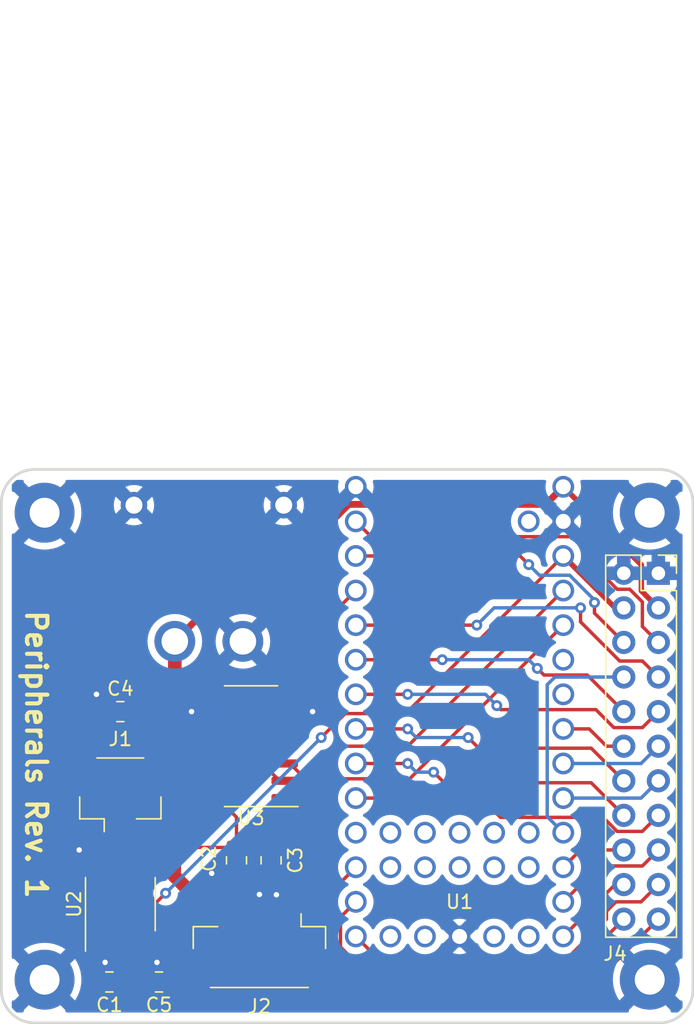
<source format=kicad_pcb>
(kicad_pcb (version 20221018) (generator pcbnew)
  (layers (0 "F.Cu" signal) (31 "B.Cu" signal) (34 "B.Paste" user) (35 "F.Paste" user) (36 "B.SilkS" user "B.Silkscreen") (37 "F.SilkS" user "F.Silkscreen") (38 "B.Mask" user) (39 "F.Mask" user) (44 "Edge.Cuts" user))
  (net 0 "")
  (net 1 "+3.3V")
  (net 2 "GND")
  (net 3 "+5V")
  (net 4 "/SIGNAL_OUT")
  (net 5 "/D6")
  (net 6 "/D5")
  (net 7 "/D4")
  (net 8 "/D3")
  (net 9 "/D2")
  (net 10 "/D1")
  (net 11 "/SCK")
  (net 12 "/MISO")
  (net 13 "/MOSI")
  (net 14 "/TX3")
  (net 15 "/RX3")
  (net 16 "/TX2")
  (net 17 "/RX2")
  (net 18 "/TX1")
  (net 19 "/RX1")
  (net 20 "/SDA0")
  (net 21 "/SCL0")
  (net 22 "/CS")
  (net 29 "/CAN_TX")
  (net 30 "/CAN_RX")
  (net 33 "/SIGNAL_IN")
  (net 45 "Net-(J1-Pin_2)")
  (net 46 "Net-(J1-Pin_1)")
  (footprint "Capacitor_SMD:C_0805_2012Metric" (layer "F.Cu") (at 181.76 83.354087 180)
    (fp_text reference "C5" (at 0 -1.68) (layer "F.SilkS"))
    (fp_text value "10 uF" hide)
    (fp_line (start -0.261252 -0.735) (end 0.261252 -0.735) (stroke (width 0.12)) (layer "F.SilkS"))
    (fp_line (start -0.261252 0.735) (end 0.261252 0.735) (stroke (width 0.12)) (layer "F.SilkS"))
    (pad "1" smd roundrect (at -0.95 0 180) (size 1 1.45) (layers "F.Cu" "F.Paste" "F.Mask") (net 2 "GND"))
    (pad "2" smd roundrect (at 0.95 0 180) (size 1 1.45) (layers "F.Cu" "F.Paste" "F.Mask") (net 1 "+3.3V"))
  )
  (footprint "Package_SO:SOIC-8_3.9x4.9mm_P1.27mm" (layer "F.Cu") (at 178.92 77.639087 90)
    (fp_text reference "U2" (at 0 -3.4 90) (layer "F.SilkS"))
    (fp_text value "SN65HVD230" hide)
    (fp_line (start 0 -2.56) (end -3.45 -2.56) (stroke (width 0.12)) (layer "F.SilkS"))
    (fp_line (start 0 -2.56) (end 1.95 -2.56) (stroke (width 0.12)) (layer "F.SilkS"))
    (fp_line (start 0 2.56) (end -1.95 2.56) (stroke (width 0.12)) (layer "F.SilkS"))
    (fp_line (start 0 2.56) (end 1.95 2.56) (stroke (width 0.12)) (layer "F.SilkS"))
    (pad "1" smd roundrect (at -2.475 -1.905 90) (size 1.95 0.6) (layers "F.Cu" "F.Paste" "F.Mask") (net 29 "/CAN_TX"))
    (pad "2" smd roundrect (at -2.475 -0.635 90) (size 1.95 0.6) (layers "F.Cu" "F.Paste" "F.Mask") (net 2 "GND"))
    (pad "3" smd roundrect (at -2.475 0.635 90) (size 1.95 0.6) (layers "F.Cu" "F.Paste" "F.Mask") (net 1 "+3.3V"))
    (pad "4" smd roundrect (at -2.475 1.905 90) (size 1.95 0.6) (layers "F.Cu" "F.Paste" "F.Mask") (net 30 "/CAN_RX"))
    (pad "5" smd roundrect (at 2.475 1.905 90) (size 1.95 0.6) (layers "F.Cu" "F.Paste" "F.Mask"))
    (pad "6" smd roundrect (at 2.475 0.635 90) (size 1.95 0.6) (layers "F.Cu" "F.Paste" "F.Mask") (net 45 "Net-(J1-Pin_2)"))
    (pad "7" smd roundrect (at 2.475 -0.635 90) (size 1.95 0.6) (layers "F.Cu" "F.Paste" "F.Mask") (net 46 "Net-(J1-Pin_1)"))
    (pad "8" smd roundrect (at 2.475 -1.905 90) (size 1.95 0.6) (layers "F.Cu" "F.Paste" "F.Mask") (net 2 "GND"))
  )
  (footprint "Capacitor_SMD:C_0805_2012Metric" (layer "F.Cu") (at 178.92 63.5)
    (fp_text reference "C4" (at 0 -1.68) (layer "F.SilkS"))
    (fp_text value "10 uF" hide)
    (fp_line (start -0.261252 -0.735) (end 0.261252 -0.735) (stroke (width 0.12)) (layer "F.SilkS"))
    (fp_line (start -0.261252 0.735) (end 0.261252 0.735) (stroke (width 0.12)) (layer "F.SilkS"))
    (pad "1" smd roundrect (at -0.95 0) (size 1 1.45) (layers "F.Cu" "F.Paste" "F.Mask") (net 2 "GND"))
    (pad "2" smd roundrect (at 0.95 0) (size 1 1.45) (layers "F.Cu" "F.Paste" "F.Mask") (net 3 "+5V"))
  )
  (footprint "Connector_PinSocket_2.54mm:PinSocket_2x11_P2.54mm_Vertical" (layer "F.Cu") (at 218.44 53.34)
    (fp_text reference "J4" (at -3.175 27.94) (layer "F.SilkS"))
    (fp_text value "Conn_02x11_Counter_Clockwise" hide)
    (fp_line (start -3.87 -1.33) (end -3.87 26.73) (stroke (width 0.12)) (layer "F.SilkS"))
    (fp_line (start -3.87 -1.33) (end -1.27 -1.33) (stroke (width 0.12)) (layer "F.SilkS"))
    (fp_line (start -3.87 26.73) (end 1.33 26.73) (stroke (width 0.12)) (layer "F.SilkS"))
    (fp_line (start -1.27 -1.33) (end -1.27 1.27) (stroke (width 0.12)) (layer "F.SilkS"))
    (fp_line (start -1.27 1.27) (end 1.33 1.27) (stroke (width 0.12)) (layer "F.SilkS"))
    (fp_line (start 0 -1.33) (end 1.33 -1.33) (stroke (width 0.12)) (layer "F.SilkS"))
    (fp_line (start 1.33 -1.33) (end 1.33 0) (stroke (width 0.12)) (layer "F.SilkS"))
    (fp_line (start 1.33 1.27) (end 1.33 26.73) (stroke (width 0.12)) (layer "F.SilkS"))
    (pad "1" thru_hole rect (at 0 0) (size 1.7 1.7) (drill 1) (layers "*.Cu" "*.Mask") (net 2 "GND"))
    (pad "2" thru_hole oval (at -2.54 0) (size 1.7 1.7) (drill 1) (layers "*.Cu" "*.Mask") (net 2 "GND"))
    (pad "3" thru_hole oval (at 0 2.54) (size 1.7 1.7) (drill 1) (layers "*.Cu" "*.Mask") (net 3 "+5V"))
    (pad "4" thru_hole oval (at -2.54 2.54) (size 1.7 1.7) (drill 1) (layers "*.Cu" "*.Mask") (net 1 "+3.3V"))
    (pad "5" thru_hole oval (at 0 5.08) (size 1.7 1.7) (drill 1) (layers "*.Cu" "*.Mask") (net 19 "/RX1"))
    (pad "6" thru_hole oval (at -2.54 5.08) (size 1.7 1.7) (drill 1) (layers "*.Cu" "*.Mask") (net 18 "/TX1"))
    (pad "7" thru_hole oval (at 0 7.62) (size 1.7 1.7) (drill 1) (layers "*.Cu" "*.Mask") (net 10 "/D1"))
    (pad "8" thru_hole oval (at -2.54 7.62) (size 1.7 1.7) (drill 1) (layers "*.Cu" "*.Mask") (net 6 "/D5"))
    (pad "9" thru_hole oval (at 0 10.16) (size 1.7 1.7) (drill 1) (layers "*.Cu" "*.Mask") (net 8 "/D3"))
    (pad "10" thru_hole oval (at -2.54 10.16) (size 1.7 1.7) (drill 1) (layers "*.Cu" "*.Mask") (net 9 "/D2"))
    (pad "11" thru_hole oval (at 0 12.7) (size 1.7 1.7) (drill 1) (layers "*.Cu" "*.Mask") (net 20 "/SDA0"))
    (pad "12" thru_hole oval (at -2.54 12.7) (size 1.7 1.7) (drill 1) (layers "*.Cu" "*.Mask") (net 21 "/SCL0"))
    (pad "13" thru_hole oval (at 0 15.24) (size 1.7 1.7) (drill 1) (layers "*.Cu" "*.Mask") (net 5 "/D6"))
    (pad "14" thru_hole oval (at -2.54 15.24) (size 1.7 1.7) (drill 1) (layers "*.Cu" "*.Mask") (net 7 "/D4"))
    (pad "15" thru_hole oval (at 0 17.78) (size 1.7 1.7) (drill 1) (layers "*.Cu" "*.Mask") (net 16 "/TX2"))
    (pad "16" thru_hole oval (at -2.54 17.78) (size 1.7 1.7) (drill 1) (layers "*.Cu" "*.Mask") (net 17 "/RX2"))
    (pad "17" thru_hole oval (at 0 20.32) (size 1.7 1.7) (drill 1) (layers "*.Cu" "*.Mask") (net 14 "/TX3"))
    (pad "18" thru_hole oval (at -2.54 20.32) (size 1.7 1.7) (drill 1) (layers "*.Cu" "*.Mask") (net 15 "/RX3"))
    (pad "19" thru_hole oval (at 0 22.86) (size 1.7 1.7) (drill 1) (layers "*.Cu" "*.Mask") (net 12 "/MISO"))
    (pad "20" thru_hole oval (at -2.54 22.86) (size 1.7 1.7) (drill 1) (layers "*.Cu" "*.Mask") (net 11 "/SCK"))
    (pad "21" thru_hole oval (at 0 25.4) (size 1.7 1.7) (drill 1) (layers "*.Cu" "*.Mask") (net 22 "/CS"))
    (pad "22" thru_hole oval (at -2.54 25.4) (size 1.7 1.7) (drill 1) (layers "*.Cu" "*.Mask") (net 13 "/MOSI"))
  )
  (footprint "MountingHole:MountingHole_2.2mm_M2_Pad" (layer "F.Cu") (at 217.805 48.895)
    (fp_text reference "H1" hide)
    (fp_text value "MountingHole_Pad" hide)
    (pad "1" thru_hole circle (at 0 0) (size 4.4 4.4) (drill 2.2) (layers "*.Cu" "*.Mask") (net 2 "GND"))
  )
  (footprint "Capacitor_SMD:C_0805_2012Metric" (layer "F.Cu") (at 187.452 74.422 -90)
    (fp_text reference "C2" (at -0.127 2.032 90) (layer "F.SilkS"))
    (fp_text value "0.1 uF" hide)
    (fp_line (start -0.261252 -0.735) (end 0.261252 -0.735) (stroke (width 0.12)) (layer "F.SilkS"))
    (fp_line (start -0.261252 0.735) (end 0.261252 0.735) (stroke (width 0.12)) (layer "F.SilkS"))
    (pad "1" smd roundrect (at -0.95 0 270) (size 1 1.45) (layers "F.Cu" "F.Paste" "F.Mask") (net 3 "+5V"))
    (pad "2" smd roundrect (at 0.95 0 270) (size 1 1.45) (layers "F.Cu" "F.Paste" "F.Mask") (net 2 "GND"))
  )
  (footprint "MountingHole:MountingHole_2.2mm_M2_Pad" (layer "F.Cu") (at 173.355 83.185)
    (fp_text reference "H4" hide)
    (fp_text value "MountingHole_Pad" hide)
    (pad "1" thru_hole circle (at 0 0) (size 4.4 4.4) (drill 2.2) (layers "*.Cu" "*.Mask") (net 2 "GND"))
  )
  (footprint "Capacitor_SMD:C_0805_2012Metric" (layer "F.Cu") (at 178.115 83.354087 180)
    (fp_text reference "C1" (at 0 -1.68) (layer "F.SilkS"))
    (fp_text value "0.1 uF" hide)
    (fp_line (start -0.261252 -0.735) (end 0.261252 -0.735) (stroke (width 0.12)) (layer "F.SilkS"))
    (fp_line (start -0.261252 0.735) (end 0.261252 0.735) (stroke (width 0.12)) (layer "F.SilkS"))
    (pad "1" smd roundrect (at -0.95 0 180) (size 1 1.45) (layers "F.Cu" "F.Paste" "F.Mask") (net 1 "+3.3V"))
    (pad "2" smd roundrect (at 0.95 0 180) (size 1 1.45) (layers "F.Cu" "F.Paste" "F.Mask") (net 2 "GND"))
  )
  (footprint "PowerConnector:XT30PW-M" (layer "F.Cu") (at 185.42 53.34)
    (fp_text reference "J3" hide)
    (fp_text value "~")
    (pad "1" thru_hole circle (at -2.5 5) (size 3 3) (drill 1.95) (layers "*.Cu" "*.Mask") (net 3 "+5V"))
    (pad "2" thru_hole circle (at -5.5 -5) (size 1.95 1.95) (drill 1.25) (layers "*.Cu" "*.Mask") (net 2 "GND"))
    (pad "2" thru_hole circle (at 2.5 5) (size 3 3) (drill 1.95) (layers "*.Cu" "*.Mask") (net 2 "GND"))
    (pad "2" thru_hole circle (at 5.5 -5) (size 1.95 1.95) (drill 1.25) (layers "*.Cu" "*.Mask") (net 2 "GND"))
  )
  (footprint "MountingHole:MountingHole_2.2mm_M2_Pad" (layer "F.Cu") (at 217.805 83.185)
    (fp_text reference "H2" hide)
    (fp_text value "MountingHole_Pad" hide)
    (pad "1" thru_hole circle (at 0 0) (size 4.4 4.4) (drill 2.2) (layers "*.Cu" "*.Mask") (net 2 "GND"))
  )
  (footprint "teensy:Teensy40" (layer "F.Cu") (at 203.835 63.5 -90)
    (fp_text reference "U1" (at 13.97 0 -180) (layer "F.SilkS"))
    (fp_text value "Teensy4.0" hide)
    (pad "1" thru_hole circle (at -16.51 7.62 270) (size 1.6 1.6) (drill 1.1) (layers "*.Cu" "*.Mask") (net 2 "GND"))
    (pad "2" thru_hole circle (at -13.97 7.62 270) (size 1.6 1.6) (drill 1.1) (layers "*.Cu" "*.Mask") (net 19 "/RX1"))
    (pad "3" thru_hole circle (at -11.43 7.62 270) (size 1.6 1.6) (drill 1.1) (layers "*.Cu" "*.Mask") (net 18 "/TX1"))
    (pad "4" thru_hole circle (at -8.89 7.62 270) (size 1.6 1.6) (drill 1.1) (layers "*.Cu" "*.Mask") (net 33 "/SIGNAL_IN"))
    (pad "5" thru_hole circle (at -6.35 7.62 270) (size 1.6 1.6) (drill 1.1) (layers "*.Cu" "*.Mask") (net 10 "/D1"))
    (pad "6" thru_hole circle (at -3.81 7.62 270) (size 1.6 1.6) (drill 1.1) (layers "*.Cu" "*.Mask") (net 9 "/D2"))
    (pad "7" thru_hole circle (at -1.27 7.62 270) (size 1.6 1.6) (drill 1.1) (layers "*.Cu" "*.Mask") (net 8 "/D3"))
    (pad "8" thru_hole circle (at 1.27 7.62 270) (size 1.6 1.6) (drill 1.1) (layers "*.Cu" "*.Mask") (net 7 "/D4"))
    (pad "9" thru_hole circle (at 3.81 7.62 270) (size 1.6 1.6) (drill 1.1) (layers "*.Cu" "*.Mask") (net 17 "/RX2"))
    (pad "10" thru_hole circle (at 6.35 7.62 270) (size 1.6 1.6) (drill 1.1) (layers "*.Cu" "*.Mask") (net 16 "/TX2"))
    (pad "11" thru_hole circle (at 8.89 7.62 270) (size 1.6 1.6) (drill 1.1) (layers "*.Cu" "*.Mask"))
    (pad "12" thru_hole circle (at 11.43 7.62 270) (size 1.6 1.6) (drill 1.1) (layers "*.Cu" "*.Mask") (net 22 "/CS"))
    (pad "13" thru_hole circle (at 13.97 7.62 270) (size 1.6 1.6) (drill 1.1) (layers "*.Cu" "*.Mask") (net 13 "/MOSI"))
    (pad "14" thru_hole circle (at 16.51 7.62 270) (size 1.6 1.6) (drill 1.1) (layers "*.Cu" "*.Mask") (net 12 "/MISO"))
    (pad "15" thru_hole circle (at 16.51 5.08 270) (size 1.6 1.6) (drill 1.1) (layers "*.Cu" "*.Mask"))
    (pad "16" thru_hole circle (at 16.51 2.54 270) (size 1.6 1.6) (drill 1.1) (layers "*.Cu" "*.Mask"))
    (pad "17" thru_hole circle (at 16.51 0 270) (size 1.6 1.6) (drill 1.1) (layers "*.Cu" "*.Mask") (net 2 "GND"))
    (pad "18" thru_hole circle (at 16.51 -2.54 270) (size 1.6 1.6) (drill 1.1) (layers "*.Cu" "*.Mask"))
    (pad "19" thru_hole circle (at 16.51 -5.08 270) (size 1.6 1.6) (drill 1.1) (layers "*.Cu" "*.Mask"))
    (pad "20" thru_hole circle (at 16.51 -7.62 270) (size 1.6 1.6) (drill 1.1) (layers "*.Cu" "*.Mask") (net 11 "/SCK"))
    (pad "21" thru_hole circle (at 13.97 -7.62 270) (size 1.6 1.6) (drill 1.1) (layers "*.Cu" "*.Mask") (net 14 "/TX3"))
    (pad "22" thru_hole circle (at 11.43 -7.62 270) (size 1.6 1.6) (drill 1.1) (layers "*.Cu" "*.Mask") (net 15 "/RX3"))
    (pad "23" thru_hole circle (at 8.89 -7.62 270) (size 1.6 1.6) (drill 1.1) (layers "*.Cu" "*.Mask") (net 6 "/D5"))
    (pad "24" thru_hole circle (at 6.35 -7.62 270) (size 1.6 1.6) (drill 1.1) (layers "*.Cu" "*.Mask") (net 5 "/D6"))
    (pad "25" thru_hole circle (at 3.81 -7.62 270) (size 1.6 1.6) (drill 1.1) (layers "*.Cu" "*.Mask") (net 20 "/SDA0"))
    (pad "26" thru_hole circle (at 1.27 -7.62 270) (size 1.6 1.6) (drill 1.1) (layers "*.Cu" "*.Mask") (net 21 "/SCL0"))
    (pad "27" thru_hole circle (at -1.27 -7.62 270) (size 1.6 1.6) (drill 1.1) (layers "*.Cu" "*.Mask"))
    (pad "28" thru_hole circle (at -3.81 -7.62 270) (size 1.6 1.6) (drill 1.1) (layers "*.Cu" "*.Mask"))
    (pad "29" thru_hole circle (at -6.35 -7.62 270) (size 1.6 1.6) (drill 1.1) (layers "*.Cu" "*.Mask") (net 29 "/CAN_TX"))
    (pad "30" thru_hole circle (at -8.89 -7.62 270) (size 1.6 1.6) (drill 1.1) (layers "*.Cu" "*.Mask") (net 30 "/CAN_RX"))
    (pad "31" thru_hole circle (at -11.43 -7.62 270) (size 1.6 1.6) (drill 1.1) (layers "*.Cu" "*.Mask") (net 1 "+3.3V"))
    (pad "32" thru_hole circle (at -13.97 -7.62 270) (size 1.6 1.6) (drill 1.1) (layers "*.Cu" "*.Mask") (net 2 "GND"))
    (pad "33" thru_hole circle (at -16.51 -7.62 270) (size 1.6 1.6) (drill 1.1) (layers "*.Cu" "*.Mask") (net 3 "+5V"))
    (pad "34" thru_hole circle (at -13.97 -5.08 270) (size 1.6 1.6) (drill 1.1) (layers "*.Cu" "*.Mask"))
    (pad "35" thru_hole circle (at 11.43 -5.08 270) (size 1.6 1.6) (drill 1.1) (layers "*.Cu" "*.Mask"))
    (pad "36" thru_hole circle (at 8.89 -5.08 270) (size 1.6 1.6) (drill 1.1) (layers "*.Cu" "*.Mask"))
    (pad "37" thru_hole circle (at 11.43 -2.54 270) (size 1.6 1.6) (drill 1.1) (layers "*.Cu" "*.Mask"))
    (pad "38" thru_hole circle (at 8.89 -2.54 270) (size 1.6 1.6) (drill 1.1) (layers "*.Cu" "*.Mask"))
    (pad "39" thru_hole circle (at 11.43 0 270) (size 1.6 1.6) (drill 1.1) (layers "*.Cu" "*.Mask"))
    (pad "40" thru_hole circle (at 8.89 0 270) (size 1.6 1.6) (drill 1.1) (layers "*.Cu" "*.Mask"))
    (pad "41" thru_hole circle (at 11.43 2.54 270) (size 1.6 1.6) (drill 1.1) (layers "*.Cu" "*.Mask"))
    (pad "42" thru_hole circle (at 8.89 2.54 270) (size 1.6 1.6) (drill 1.1) (layers "*.Cu" "*.Mask"))
    (pad "43" thru_hole circle (at 11.43 5.08 270) (size 1.6 1.6) (drill 1.1) (layers "*.Cu" "*.Mask"))
    (pad "44" thru_hole circle (at 8.89 5.08 270) (size 1.6 1.6) (drill 1.1) (layers "*.Cu" "*.Mask"))
  )
  (footprint "Connector_JST:JST_GH_BM02B-GHS-TBT_1x02-1MP_P1.25mm_Vertical" (layer "F.Cu") (at 178.92 69.514087)
    (fp_text reference "J1" (at 0 -4) (layer "F.SilkS"))
    (fp_text value "Conn_01x02_Pin" hide)
    (fp_line (start -2.985 0.26) (end -2.985 1.86) (stroke (width 0.12)) (layer "F.SilkS"))
    (fp_line (start -2.985 1.86) (end -1.185 1.86) (stroke (width 0.12)) (layer "F.SilkS"))
    (fp_line (start -1.715 -2.61) (end 1.715 -2.61) (stroke (width 0.12)) (layer "F.SilkS"))
    (fp_line (start -1.185 1.86) (end -1.185 2.8) (stroke (width 0.12)) (layer "F.SilkS"))
    (fp_line (start 2.985 0.26) (end 2.985 1.86) (stroke (width 0.12)) (layer "F.SilkS"))
    (fp_line (start 2.985 1.86) (end 1.185 1.86) (stroke (width 0.12)) (layer "F.SilkS"))
    (pad "1" smd roundrect (at -0.625 1.95) (size 0.6 1.7) (layers "F.Cu" "F.Paste" "F.Mask") (net 46 "Net-(J1-Pin_1)"))
    (pad "2" smd roundrect (at 0.625 1.95) (size 0.6 1.7) (layers "F.Cu" "F.Paste" "F.Mask") (net 45 "Net-(J1-Pin_2)"))
    (pad "MP" smd roundrect (at -2.475 -1.4) (size 1 2.8) (layers "F.Cu" "F.Paste" "F.Mask"))
    (pad "MP" smd roundrect (at 2.475 -1.4) (size 1 2.8) (layers "F.Cu" "F.Paste" "F.Mask"))
  )
  (footprint "Connector_JST:JST_GH_BM05B-GHS-TBT_1x05-1MP_P1.25mm_Vertical" (layer "F.Cu") (at 189.135 81.15 180)
    (fp_text reference "J2" (at 0 -4) (layer "F.SilkS"))
    (fp_text value "Conn_01x05_Pin" hide)
    (fp_line (start -4.86 0.26) (end -4.86 1.86) (stroke (width 0.12)) (layer "F.SilkS"))
    (fp_line (start -4.86 1.86) (end -3.06 1.86) (stroke (width 0.12)) (layer "F.SilkS"))
    (fp_line (start -3.59 -2.61) (end 3.59 -2.61) (stroke (width 0.12)) (layer "F.SilkS"))
    (fp_line (start -3.06 1.86) (end -3.06 2.8) (stroke (width 0.12)) (layer "F.SilkS"))
    (fp_line (start 4.86 0.26) (end 4.86 1.86) (stroke (width 0.12)) (layer "F.SilkS"))
    (fp_line (start 4.86 1.86) (end 3.06 1.86) (stroke (width 0.12)) (layer "F.SilkS"))
    (pad "1" smd roundrect (at -2.5 1.95 180) (size 0.6 1.7) (layers "F.Cu" "F.Paste" "F.Mask") (net 4 "/SIGNAL_OUT"))
    (pad "2" smd roundrect (at -1.25 1.95 180) (size 0.6 1.7) (layers "F.Cu" "F.Paste" "F.Mask") (net 2 "GND"))
    (pad "3" smd roundrect (at 0 1.95 180) (size 0.6 1.7) (layers "F.Cu" "F.Paste" "F.Mask") (net 2 "GND"))
    (pad "4" smd roundrect (at 1.25 1.95 180) (size 0.6 1.7) (layers "F.Cu" "F.Paste" "F.Mask") (net 3 "+5V"))
    (pad "5" smd roundrect (at 2.5 1.95 180) (size 0.6 1.7) (layers "F.Cu" "F.Paste" "F.Mask") (net 3 "+5V"))
    (pad "MP" smd roundrect (at -4.35 -1.4 180) (size 1 2.8) (layers "F.Cu" "F.Paste" "F.Mask"))
    (pad "MP" smd roundrect (at 4.35 -1.4 180) (size 1 2.8) (layers "F.Cu" "F.Paste" "F.Mask"))
  )
  (footprint "Capacitor_SMD:C_0805_2012Metric" (layer "F.Cu") (at 189.992 74.422 -90)
    (fp_text reference "C3" (at 0 -1.778 90) (layer "F.SilkS"))
    (fp_text value "10 uF" hide)
    (fp_line (start -0.261252 -0.735) (end 0.261252 -0.735) (stroke (width 0.12)) (layer "F.SilkS"))
    (fp_line (start -0.261252 0.735) (end 0.261252 0.735) (stroke (width 0.12)) (layer "F.SilkS"))
    (pad "1" smd roundrect (at -0.95 0 270) (size 1 1.45) (layers "F.Cu" "F.Paste" "F.Mask") (net 3 "+5V"))
    (pad "2" smd roundrect (at 0.95 0 270) (size 1 1.45) (layers "F.Cu" "F.Paste" "F.Mask") (net 2 "GND"))
  )
  (footprint "Package_SO:SO-14_3.9x8.65mm_P1.27mm" (layer "F.Cu") (at 188.52 66.04 180)
    (fp_text reference "U3" (at 0 -5.28) (layer "F.SilkS"))
    (fp_text value "74AHC125" hide)
    (fp_line (start 0 -4.435) (end -3.45 -4.435) (stroke (width 0.12)) (layer "F.SilkS"))
    (fp_line (start 0 -4.435) (end 1.95 -4.435) (stroke (width 0.12)) (layer "F.SilkS"))
    (fp_line (start 0 4.435) (end -1.95 4.435) (stroke (width 0.12)) (layer "F.SilkS"))
    (fp_line (start 0 4.435) (end 1.95 4.435) (stroke (width 0.12)) (layer "F.SilkS"))
    (pad "1" smd roundrect (at -2.475 -3.81 180) (size 1.95 0.6) (layers "F.Cu" "F.Paste" "F.Mask") (net 2 "GND"))
    (pad "2" smd roundrect (at -2.475 -2.54 180) (size 1.95 0.6) (layers "F.Cu" "F.Paste" "F.Mask") (net 33 "/SIGNAL_IN"))
    (pad "3" smd roundrect (at -2.475 -1.27 180) (size 1.95 0.6) (layers "F.Cu" "F.Paste" "F.Mask") (net 4 "/SIGNAL_OUT"))
    (pad "4" smd roundrect (at -2.475 0 180) (size 1.95 0.6) (layers "F.Cu" "F.Paste" "F.Mask"))
    (pad "5" smd roundrect (at -2.475 1.27 180) (size 1.95 0.6) (layers "F.Cu" "F.Paste" "F.Mask") (net 2 "GND"))
    (pad "6" smd roundrect (at -2.475 2.54 180) (size 1.95 0.6) (layers "F.Cu" "F.Paste" "F.Mask"))
    (pad "7" smd roundrect (at -2.475 3.81 180) (size 1.95 0.6) (layers "F.Cu" "F.Paste" "F.Mask") (net 2 "GND"))
    (pad "8" smd roundrect (at 2.475 3.81 180) (size 1.95 0.6) (layers "F.Cu" "F.Paste" "F.Mask"))
    (pad "9" smd roundrect (at 2.475 2.54 180) (size 1.95 0.6) (layers "F.Cu" "F.Paste" "F.Mask") (net 2 "GND"))
    (pad "10" smd roundrect (at 2.475 1.27 180) (size 1.95 0.6) (layers "F.Cu" "F.Paste" "F.Mask"))
    (pad "11" smd roundrect (at 2.475 0 180) (size 1.95 0.6) (layers "F.Cu" "F.Paste" "F.Mask"))
    (pad "12" smd roundrect (at 2.475 -1.27 180) (size 1.95 0.6) (layers "F.Cu" "F.Paste" "F.Mask") (net 2 "GND"))
    (pad "13" smd roundrect (at 2.475 -2.54 180) (size 1.95 0.6) (layers "F.Cu" "F.Paste" "F.Mask"))
    (pad "14" smd roundrect (at 2.475 -3.81 180) (size 1.95 0.6) (layers "F.Cu" "F.Paste" "F.Mask") (net 3 "+5V"))
  )
  (footprint "MountingHole:MountingHole_2.2mm_M2_Pad" (layer "F.Cu") (at 173.355 48.895)
    (fp_text reference "H3" hide)
    (fp_text value "MountingHole_Pad" hide)
    (pad "1" thru_hole circle (at 0 0) (size 4.4 4.4) (drill 2.2) (layers "*.Cu" "*.Mask") (net 2 "GND"))
  )
  (gr_line (start 170.18 83.91) (end 170.18 48.17) (stroke (width 0.2)) (layer "Edge.Cuts"))
  (gr_line (start 220.98 48.17) (end 220.98 83.91) (stroke (width 0.2)) (layer "Edge.Cuts"))
  (gr_line (start 172.63 45.72) (end 218.53 45.72) (stroke (width 0.2)) (layer "Edge.Cuts"))
  (gr_arc (start 170.18 48.17) (mid 170.897588 46.437588) (end 172.63 45.72) (stroke (width 0.2)) (layer "Edge.Cuts"))
  (gr_arc (start 218.53 45.72) (mid 220.262412 46.437588) (end 220.98 48.17) (stroke (width 0.2)) (layer "Edge.Cuts"))
  (gr_arc (start 172.63 86.36) (mid 170.897588 85.642412) (end 170.18 83.91) (stroke (width 0.2)) (layer "Edge.Cuts"))
  (gr_arc (start 220.98 83.91) (mid 220.262412 85.642412) (end 218.53 86.36) (stroke (width 0.2)) (layer "Edge.Cuts"))
  (gr_line (start 218.53 86.36) (end 172.63 86.36) (stroke (width 0.2)) (layer "Edge.Cuts"))
  (gr_text "Peripherals Rev. 1" (at 171.862458 55.914723 -90) (layer "F.SilkS") (effects (font (size 1.5 1.5) (thickness 0.3) bold) (justify left bottom)))
  (segment (start 195.435 63.645) (end 199.88 63.645) (width 0.25) (layer "F.Cu") (net 1))
  (segment (start 211.455 52.07) (end 215.265 55.88) (width 0.4) (layer "F.Cu") (net 1))
  (segment (start 179.555 80.114087) (end 179.555 79.525) (width 0.25) (layer "F.Cu") (net 1))
  (segment (start 199.88 63.645) (end 211.455 52.07) (width 0.25) (layer "F.Cu") (net 1))
  (segment (start 179.555 79.525) (end 182.245 76.835) (width 0.25) (layer "F.Cu") (net 1))
  (segment (start 210.82 52.07) (end 212.09 52.07) (width 0.25) (layer "F.Cu") (net 1))
  (segment (start 193.675 65.405) (end 195.435 63.645) (width 0.25) (layer "F.Cu") (net 1))
  (segment (start 215.265 55.88) (end 215.9 55.88) (width 0.4) (layer "F.Cu") (net 1))
  (segment (start 179.07 80.599087) (end 179.07 83.349087) (width 0.25) (layer "F.Cu") (net 1))
  (segment (start 179.07 83.349087) (end 179.065 83.354087) (width 0.25) (layer "F.Cu") (net 1))
  (segment (start 180.81 83.354087) (end 179.065 83.354087) (width 0.25) (layer "F.Cu") (net 1))
  (segment (start 179.555 80.114087) (end 179.07 80.599087) (width 0.25) (layer "F.Cu") (net 1))
  (via (at 182.245 76.835) (size 0.8) (drill 0.4) (layers "F.Cu" "B.Cu") (net 1))
  (via (at 193.675 65.405) (size 0.8) (drill 0.4) (layers "F.Cu" "B.Cu") (net 1))
  (segment (start 182.245 76.835) (end 193.675 65.405) (width 0.25) (layer "B.Cu") (net 1))
  (segment (start 189.135 79.2) (end 189.135 76.93) (width 0.6) (layer "F.Cu") (net 2))
  (segment (start 191.135 74.229) (end 189.992 75.372) (width 0.25) (layer "F.Cu") (net 2))
  (segment (start 178.285 80.114087) (end 178.285 81.43) (width 0.25) (layer "F.Cu") (net 2))
  (segment (start 186.045 63.5) (end 184.15 63.5) (width 0.25) (layer "F.Cu") (net 2))
  (segment (start 184.15 65.791751) (end 184.15 63.5) (width 0.25) (layer "F.Cu") (net 2))
  (segment (start 190.995 62.23) (end 191.77 62.23) (width 0.25) (layer "F.Cu") (net 2))
  (segment (start 177.97 63.035) (end 177.165 62.23) (width 0.25) (layer "F.Cu") (net 2))
  (segment (start 191.135 69.99) (end 191.135 74.229) (width 0.25) (layer "F.Cu") (net 2))
  (segment (start 182.71 83.354087) (end 182.71 83.015) (width 0.25) (layer "F.Cu") (net 2))
  (segment (start 185.668249 67.31) (end 184.15 65.791751) (width 0.25) (layer "F.Cu") (net 2))
  (segment (start 191.77 64.77) (end 193.04 63.5) (width 0.25) (layer "F.Cu") (net 2))
  (segment (start 191.77 62.23) (end 193.04 63.5) (width 0.25) (layer "F.Cu") (net 2))
  (segment (start 177.165 83.354087) (end 177.165 82.55) (width 0.25) (layer "F.Cu") (net 2))
  (segment (start 190.995 69.85) (end 191.135 69.99) (width 0.25) (layer "F.Cu") (net 2))
  (segment (start 182.71 83.015) (end 181.61 81.915) (width 0.25) (layer "F.Cu") (net 2))
  (segment (start 187.452 75.372) (end 185.632517 75.372) (width 0.25) (layer "F.Cu") (net 2))
  (segment (start 185.632517 75.372) (end 185.630673 75.373844) (width 0.25) (layer "F.Cu") (net 2))
  (segment (start 178.285 81.43) (end 177.8 81.915) (width 0.25) (layer "F.Cu") (net 2))
  (segment (start 177.015 74.78) (end 175.895 73.66) (width 0.25) (layer "F.Cu") (net 2))
  (segment (start 186.045 67.31) (end 185.668249 67.31) (width 0.25) (layer "F.Cu") (net 2))
  (segment (start 189.992 75.372) (end 187.452 75.372) (width 0.25) (layer "F.Cu") (net 2))
  (segment (start 190.385 79.2) (end 190.385 76.95) (width 0.6) (layer "F.Cu") (net 2))
  (segment (start 190.995 64.77) (end 191.77 64.77) (width 0.25) (layer "F.Cu") (net 2))
  (segment (start 177.97 63.5) (end 177.97 63.035) (width 0.25) (layer "F.Cu") (net 2))
  (segment (start 177.165 82.55) (end 177.8 81.915) (width 0.25) (layer "F.Cu") (net 2))
  (segment (start 177.015 75.164087) (end 177.015 74.78) (width 0.25) (layer "F.Cu") (net 2))
  (via (at 177.165 62.23) (size 0.8) (drill 0.4) (layers "F.Cu" "B.Cu") (net 2))
  (via (at 177.8 81.915) (size 0.8) (drill 0.4) (layers "F.Cu" "B.Cu") (net 2))
  (via (at 190.385 76.95) (size 0.8) (drill 0.4) (layers "F.Cu" "B.Cu") (net 2))
  (via (at 185.630673 75.373844) (size 0.8) (drill 0.4) (layers "F.Cu" "B.Cu") (net 2))
  (via (at 184.15 63.5) (size 0.8) (drill 0.4) (layers "F.Cu" "B.Cu") (net 2))
  (via (at 193.04 63.5) (size 0.8) (drill 0.4) (layers "F.Cu" "B.Cu") (net 2))
  (via (at 175.895 73.66) (size 0.8) (drill 0.4) (layers "F.Cu" "B.Cu") (net 2))
  (via (at 181.61 81.915) (size 0.8) (drill 0.4) (layers "F.Cu" "B.Cu") (net 2))
  (via (at 189.135 76.93) (size 0.8) (drill 0.4) (layers "F.Cu" "B.Cu") (net 2))
  (segment (start 182.92 62.825) (end 182.92 58.34) (width 1) (layer "F.Cu") (net 3))
  (segment (start 183.756739 73.472) (end 182.92 72.635261) (width 1) (layer "F.Cu") (net 3))
  (segment (start 210.165 48.28) (end 211.455 46.99) (width 0.5) (layer "F.Cu") (net 3))
  (segment (start 186.015 55.245) (end 188.732233 55.245) (width 0.5) (layer "F.Cu") (net 3))
  (segment (start 182.92 72.635261) (end 182.92 64.175) (width 1) (layer "F.Cu") (net 3))
  (segment (start 187.885 78.665) (end 186.635 77.415) (width 0.6) (layer "F.Cu") (net 3))
  (segment (start 184.15 76.835) (end 182.88 75.565) (width 1) (layer "F.Cu") (net 3))
  (segment (start 186.635 77.415) (end 186.635 79.2) (width 0.6) (layer "F.Cu") (net 3))
  (segment (start 187.885 79.2) (end 187.885 78.665) (width 0.25) (layer "F.Cu") (net 3))
  (segment (start 187.452 73.472) (end 189.992 73.472) (width 0.25) (layer "F.Cu") (net 3))
  (segment (start 182.245 63.5) (end 182.92 62.825) (width 1) (layer "F.Cu") (net 3))
  (segment (start 218.44 55.88) (end 217.19 54.63) (width 0.4) (layer "F.Cu") (net 3))
  (segment (start 188.732233 55.245) (end 195.697233 48.28) (width 0.5) (layer "F.Cu") (net 3))
  (segment (start 186.055 76.835) (end 184.15 76.835) (width 1) (layer "F.Cu") (net 3))
  (segment (start 217.19 54.63) (end 217.19 52.725) (width 0.4) (layer "F.Cu") (net 3))
  (segment (start 179.87 63.5) (end 182.245 63.5) (width 0.25) (layer "F.Cu") (net 3))
  (segment (start 182.92 58.34) (end 186.015 55.245) (width 0.5) (layer "F.Cu") (net 3))
  (segment (start 186.055 76.835) (end 186.635 77.415) (width 1) (layer "F.Cu") (net 3))
  (segment (start 195.697233 48.28) (end 210.165 48.28) (width 0.5) (layer "F.Cu") (net 3))
  (segment (start 183.756739 73.472) (end 187.452 73.472) (width 0.25) (layer "F.Cu") (net 3))
  (segment (start 186.045 69.85) (end 187.452 71.257) (width 0.25) (layer "F.Cu") (net 3))
  (segment (start 183.756739 73.472) (end 182.88 74.348739) (width 1) (layer "F.Cu") (net 3))
  (segment (start 217.19 52.725) (end 211.455 46.99) (width 0.4) (layer "F.Cu") (net 3))
  (segment (start 182.92 64.175) (end 182.285 63.54) (width 1) (layer "F.Cu") (net 3))
  (segment (start 187.97 78.695) (end 187.96 78.685) (width 0.25) (layer "F.Cu") (net 3))
  (segment (start 187.452 71.257) (end 187.452 73.472) (width 0.25) (layer "F.Cu") (net 3))
  (segment (start 182.88 74.348739) (end 182.88 75.565) (width 1) (layer "F.Cu") (net 3))
  (segment (start 192.295 68.233249) (end 192.295 78.54) (width 0.25) (layer "F.Cu") (net 4))
  (segment (start 190.995 67.31) (end 191.371751 67.31) (width 0.25) (layer "F.Cu") (net 4))
  (segment (start 191.371751 67.31) (end 192.295 68.233249) (width 0.25) (layer "F.Cu") (net 4))
  (segment (start 192.295 78.54) (end 191.635 79.2) (width 0.25) (layer "F.Cu") (net 4))
  (segment (start 217.17 69.85) (end 218.44 68.58) (width 0.25) (layer "B.Cu") (net 5))
  (segment (start 211.455 69.85) (end 217.17 69.85) (width 0.25) (layer "B.Cu") (net 5))
  (segment (start 210.275 61.529009) (end 210.844009 60.96) (width 0.25) (layer "B.Cu") (net 6))
  (segment (start 210.275 71.21) (end 210.275 61.529009) (width 0.25) (layer "B.Cu") (net 6))
  (segment (start 211.455 72.39) (end 210.275 71.21) (width 0.25) (layer "B.Cu") (net 6))
  (segment (start 210.844009 60.96) (end 215.9 60.96) (width 0.25) (layer "B.Cu") (net 6))
  (segment (start 204.47 65.405) (end 205.25 66.185) (width 0.25) (layer "F.Cu") (net 7))
  (segment (start 213.505 66.185) (end 215.9 68.58) (width 0.25) (layer "F.Cu") (net 7))
  (segment (start 196.215 64.77) (end 200.025 64.77) (width 0.25) (layer "F.Cu") (net 7))
  (segment (start 205.25 66.185) (end 213.505 66.185) (width 0.25) (layer "F.Cu") (net 7))
  (via (at 200.025 64.77) (size 0.8) (drill 0.4) (layers "F.Cu" "B.Cu") (net 7))
  (via (at 204.47 65.405) (size 0.8) (drill 0.4) (layers "F.Cu" "B.Cu") (net 7))
  (segment (start 200.025 64.77) (end 200.66 65.405) (width 0.25) (layer "B.Cu") (net 7))
  (segment (start 200.66 65.405) (end 204.47 65.405) (width 0.25) (layer "B.Cu") (net 7))
  (segment (start 217.265 64.675) (end 218.44 63.5) (width 0.25) (layer "F.Cu") (net 8))
  (segment (start 196.215 62.23) (end 200.025 62.23) (width 0.25) (layer "F.Cu") (net 8))
  (segment (start 213.85 63.355) (end 215.17 64.675) (width 0.25) (layer "F.Cu") (net 8))
  (segment (start 215.17 64.675) (end 217.265 64.675) (width 0.25) (layer "F.Cu") (net 8))
  (segment (start 206.865 63.355) (end 213.85 63.355) (width 0.25) (layer "F.Cu") (net 8))
  (segment (start 206.569799 63.059799) (end 206.865 63.355) (width 0.25) (layer "F.Cu") (net 8))
  (via (at 200.025 62.23) (size 0.8) (drill 0.4) (layers "F.Cu" "B.Cu") (net 8))
  (via (at 206.569799 63.059799) (size 0.8) (drill 0.4) (layers "F.Cu" "B.Cu") (net 8))
  (segment (start 200.025 62.23) (end 205.74 62.23) (width 0.25) (layer "B.Cu") (net 8))
  (segment (start 205.74 62.23) (end 206.569799 63.059799) (width 0.25) (layer "B.Cu") (net 8))
  (segment (start 209.55 60.325) (end 210.04 60.815) (width 0.25) (layer "F.Cu") (net 9))
  (segment (start 196.215 59.69) (end 202.565 59.69) (width 0.25) (layer "F.Cu") (net 9))
  (segment (start 210.04 60.815) (end 213.215 60.815) (width 0.25) (layer "F.Cu") (net 9))
  (segment (start 213.215 60.815) (end 215.9 63.5) (width 0.25) (layer "F.Cu") (net 9))
  (via (at 209.55 60.325) (size 0.8) (drill 0.4) (layers "F.Cu" "B.Cu") (net 9))
  (via (at 202.565 59.69) (size 0.8) (drill 0.4) (layers "F.Cu" "B.Cu") (net 9))
  (segment (start 202.565 59.69) (end 208.915 59.69) (width 0.25) (layer "B.Cu") (net 9))
  (segment (start 208.915 59.69) (end 209.55 60.325) (width 0.25) (layer "B.Cu") (net 9))
  (segment (start 215.603299 59.785) (end 217.265 59.785) (width 0.25) (layer "F.Cu") (net 10))
  (segment (start 196.215 57.15) (end 205.105 57.15) (width 0.25) (layer "F.Cu") (net 10))
  (segment (start 212.725 55.88) (end 212.725 56.906701) (width 0.25) (layer "F.Cu") (net 10))
  (segment (start 212.725 56.906701) (end 215.603299 59.785) (width 0.25) (layer "F.Cu") (net 10))
  (segment (start 217.265 59.785) (end 218.44 60.96) (width 0.25) (layer "F.Cu") (net 10))
  (via (at 205.105 57.15) (size 0.8) (drill 0.4) (layers "F.Cu" "B.Cu") (net 10))
  (via (at 212.725 55.88) (size 0.8) (drill 0.4) (layers "F.Cu" "B.Cu") (net 10))
  (segment (start 206.375 55.88) (end 205.105 57.15) (width 0.25) (layer "B.Cu") (net 10))
  (segment (start 212.725 55.88) (end 206.375 55.88) (width 0.25) (layer "B.Cu") (net 10))
  (segment (start 215.265 76.2) (end 215.9 76.2) (width 0.25) (layer "F.Cu") (net 11))
  (segment (start 211.455 80.01) (end 215.265 76.2) (width 0.25) (layer "F.Cu") (net 11))
  (segment (start 215.318299 77.47) (end 217.17 77.47) (width 0.25) (layer "F.Cu") (net 12))
  (segment (start 211.085 82.285) (end 214.63 78.74) (width 0.25) (layer "F.Cu") (net 12))
  (segment (start 217.17 77.47) (end 218.44 76.2) (width 0.25) (layer "F.Cu") (net 12))
  (segment (start 196.215 80.01) (end 198.49 82.285) (width 0.25) (layer "F.Cu") (net 12))
  (segment (start 214.63 78.74) (end 214.63 78.158299) (width 0.25) (layer "F.Cu") (net 12))
  (segment (start 214.63 78.158299) (end 215.318299 77.47) (width 0.25) (layer "F.Cu") (net 12))
  (segment (start 198.49 82.285) (end 211.085 82.285) (width 0.25) (layer "F.Cu") (net 12))
  (segment (start 196.215 77.47) (end 195.09 78.595) (width 0.25) (layer "F.Cu") (net 13))
  (segment (start 195.09 80.79) (end 197.035 82.735) (width 0.25) (layer "F.Cu") (net 13))
  (segment (start 197.035 82.735) (end 211.905 82.735) (width 0.25) (layer "F.Cu") (net 13))
  (segment (start 211.905 82.735) (end 215.9 78.74) (width 0.25) (layer "F.Cu") (net 13))
  (segment (start 195.09 78.595) (end 195.09 80.79) (width 0.25) (layer "F.Cu") (net 13))
  (segment (start 211.455 77.47) (end 214.09 74.835) (width 0.25) (layer "F.Cu") (net 14))
  (segment (start 217.265 74.835) (end 218.44 73.66) (width 0.25) (layer "F.Cu") (net 14))
  (segment (start 214.09 74.835) (end 217.265 74.835) (width 0.25) (layer "F.Cu") (net 14))
  (segment (start 212.725 73.66) (end 215.9 73.66) (width 0.25) (layer "F.Cu") (net 15))
  (segment (start 211.455 74.93) (end 212.725 73.66) (width 0.25) (layer "F.Cu") (net 15))
  (segment (start 215.413299 72.295) (end 217.265 72.295) (width 0.25) (layer "F.Cu") (net 16))
  (segment (start 214.383299 71.265) (end 215.413299 72.295) (width 0.25) (layer "F.Cu") (net 16))
  (segment (start 205.425991 69.85) (end 206.840991 71.265) (width 0.25) (layer "F.Cu") (net 16))
  (segment (start 217.265 72.295) (end 218.44 71.12) (width 0.25) (layer "F.Cu") (net 16))
  (segment (start 206.840991 71.265) (end 214.383299 71.265) (width 0.25) (layer "F.Cu") (net 16))
  (segment (start 196.215 69.85) (end 205.425991 69.85) (width 0.25) (layer "F.Cu") (net 16))
  (segment (start 202.71 68.725) (end 213.505 68.725) (width 0.25) (layer "F.Cu") (net 17))
  (segment (start 201.93 67.945) (end 202.71 68.725) (width 0.25) (layer "F.Cu") (net 17))
  (segment (start 213.505 68.725) (end 215.9 71.12) (width 0.25) (layer "F.Cu") (net 17))
  (segment (start 196.215 67.31) (end 200.025 67.31) (width 0.25) (layer "F.Cu") (net 17))
  (via (at 201.93 67.945) (size 0.8) (drill 0.4) (layers "F.Cu" "B.Cu") (net 17))
  (via (at 200.025 67.31) (size 0.8) (drill 0.4) (layers "F.Cu" "B.Cu") (net 17))
  (segment (start 200.66 67.945) (end 201.93 67.945) (width 0.25) (layer "B.Cu") (net 17))
  (segment (start 200.025 67.31) (end 200.66 67.945) (width 0.25) (layer "B.Cu") (net 17))
  (segment (start 208.28 52.07) (end 208.915 52.705) (width 0.25) (layer "F.Cu") (net 18))
  (segment (start 213.747168 55.492832) (end 213.747168 56.267168) (width 0.25) (layer "F.Cu") (net 18))
  (segment (start 196.215 52.07) (end 208.28 52.07) (width 0.25) (layer "F.Cu") (net 18))
  (segment (start 213.747168 56.267168) (end 215.9 58.42) (width 0.25) (layer "F.Cu") (net 18))
  (via (at 208.915 52.705) (size 0.8) (drill 0.4) (layers "F.Cu" "B.Cu") (net 18))
  (via (at 213.747168 55.492832) (size 0.8) (drill 0.4) (layers "F.Cu" "B.Cu") (net 18))
  (segment (start 211.920991 53.485) (end 213.747168 55.311177) (width 0.25) (layer "B.Cu") (net 18))
  (segment (start 208.915 52.705) (end 209.695 53.485) (width 0.25) (layer "B.Cu") (net 18))
  (segment (start 213.747168 55.311177) (end 213.747168 55.492832) (width 0.25) (layer "B.Cu") (net 18))
  (segment (start 209.695 53.485) (end 211.920991 53.485) (width 0.25) (layer "B.Cu") (net 18))
  (segment (start 212.127538 50.655) (end 214.725 53.252462) (width 0.25) (layer "F.Cu") (net 19))
  (segment (start 214.725 53.826701) (end 215.413299 54.515) (width 0.25) (layer "F.Cu") (net 19))
  (segment (start 216.332538 54.515) (end 217.265 55.447462) (width 0.25) (layer "F.Cu") (net 19))
  (segment (start 217.265 55.447462) (end 217.265 57.245) (width 0.25) (layer "F.Cu") (net 19))
  (segment (start 197.34 50.655) (end 212.127538 50.655) (width 0.25) (layer "F.Cu") (net 19))
  (segment (start 215.413299 54.515) (end 216.332538 54.515) (width 0.25) (layer "F.Cu") (net 19))
  (segment (start 214.725 53.252462) (end 214.725 53.826701) (width 0.25) (layer "F.Cu") (net 19))
  (segment (start 196.215 49.53) (end 197.34 50.655) (width 0.25) (layer "F.Cu") (net 19))
  (segment (start 217.265 57.245) (end 218.44 58.42) (width 0.25) (layer "F.Cu") (net 19))
  (segment (start 217.17 67.31) (end 218.44 66.04) (width 0.25) (layer "B.Cu") (net 20))
  (segment (start 211.455 67.31) (end 217.17 67.31) (width 0.25) (layer "B.Cu") (net 20))
  (segment (start 211.455 64.77) (end 213.36 64.77) (width 0.25) (layer "F.Cu") (net 21))
  (segment (start 214.63 66.04) (end 215.9 66.04) (width 0.25) (layer "F.Cu") (net 21))
  (segment (start 213.36 64.77) (end 214.63 66.04) (width 0.25) (layer "F.Cu") (net 21))
  (segment (start 196.215 74.93) (end 194.64 76.505) (width 0.25) (layer "F.Cu") (net 22))
  (segment (start 196.848604 83.185) (end 213.995 83.185) (width 0.25) (layer "F.Cu") (net 22))
  (segment (start 213.995 83.185) (end 218.44 78.74) (width 0.25) (layer "F.Cu") (net 22))
  (segment (start 194.64 76.505) (end 194.64 80.976396) (width 0.25) (layer "F.Cu") (net 22))
  (segment (start 194.64 80.976396) (end 196.848604 83.185) (width 0.25) (layer "F.Cu") (net 22))
  (segment (start 200.17 68.435) (end 195.09 68.435) (width 0.25) (layer "F.Cu") (net 29))
  (segment (start 176.34 80.789087) (end 177.015 80.114087) (width 0.25) (layer "F.Cu") (net 29))
  (segment (start 211.455 57.15) (end 200.17 68.435) (width 0.25) (layer "F.Cu") (net 29))
  (segment (start 193.195 70.33) (end 193.195 79.798147) (width 0.25) (layer "F.Cu") (net 29))
  (segment (start 193.195 79.798147) (end 188.58906 84.404087) (width 0.25) (layer "F.Cu") (net 29))
  (segment (start 176.34 84.06726) (end 176.34 80.789087) (width 0.25) (layer "F.Cu") (net 29))
  (segment (start 188.58906 84.404087) (end 176.676827 84.404087) (width 0.25) (layer "F.Cu") (net 29))
  (segment (start 176.676827 84.404087) (end 176.34 84.06726) (width 0.25) (layer "F.Cu") (net 29))
  (segment (start 195.09 68.435) (end 193.195 70.33) (width 0.25) (layer "F.Cu") (net 29))
  (segment (start 192.745 68.24) (end 194.945 66.04) (width 0.25) (layer "F.Cu") (net 30))
  (segment (start 192.745 79.611751) (end 192.745 68.24) (width 0.25) (layer "F.Cu") (net 30))
  (segment (start 181.085913 80.375) (end 191.981751 80.375) (width 0.25) (layer "F.Cu") (net 30))
  (segment (start 180.825 80.114087) (end 181.085913 80.375) (width 0.25) (layer "F.Cu") (net 30))
  (segment (start 194.945 66.04) (end 200.025 66.04) (width 0.25) (layer "F.Cu") (net 30))
  (segment (start 200.025 66.04) (end 211.455 54.61) (width 0.25) (layer "F.Cu") (net 30))
  (segment (start 191.981751 80.375) (end 192.745 79.611751) (width 0.25) (layer "F.Cu") (net 30))
  (segment (start 190.618249 68.58) (end 189.695 67.656751) (width 0.25) (layer "F.Cu") (net 33))
  (segment (start 190.995 68.58) (end 190.618249 68.58) (width 0.25) (layer "F.Cu") (net 33))
  (segment (start 189.695 67.656751) (end 189.695 61.13) (width 0.25) (layer "F.Cu") (net 33))
  (segment (start 189.695 61.13) (end 196.215 54.61) (width 0.25) (layer "F.Cu") (net 33))
  (segment (start 179.555 71.474087) (end 179.545 71.464087) (width 0.25) (layer "F.Cu") (net 45))
  (segment (start 179.555 75.164087) (end 179.555 71.474087) (width 0.25) (layer "F.Cu") (net 45))
  (segment (start 178.295 75.154087) (end 178.285 75.164087) (width 0.25) (layer "F.Cu") (net 46))
  (segment (start 178.295 71.464087) (end 178.295 75.154087) (width 0.25) (layer "F.Cu") (net 46))
  (zone (net 2) (net_name "GND") (layer "B.Cu") (connect_pads (clearance 0.5)) (min_thickness 0.25) (fill yes (thermal_gap 0.5) (thermal_bridge_width 1))
    (polygon (pts (xy 220.218 46.482) (xy 170.942 46.482) (xy 170.942 85.598) (xy 220.218 85.598)))
  )
)
</source>
